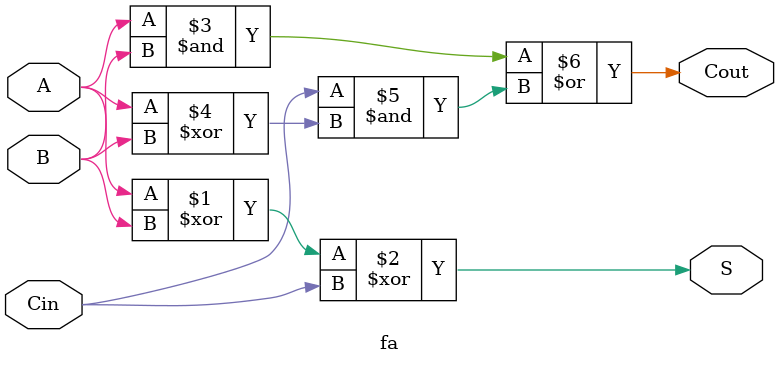
<source format=v>
`timescale 1ns / 1ps
module fa(Cout,S,A,B,Cin);
	input A,B,Cin;
	output S, Cout;
	assign S = A^B^Cin;
	assign Cout = (A&B) | (Cin & (A^B));
endmodule


</source>
